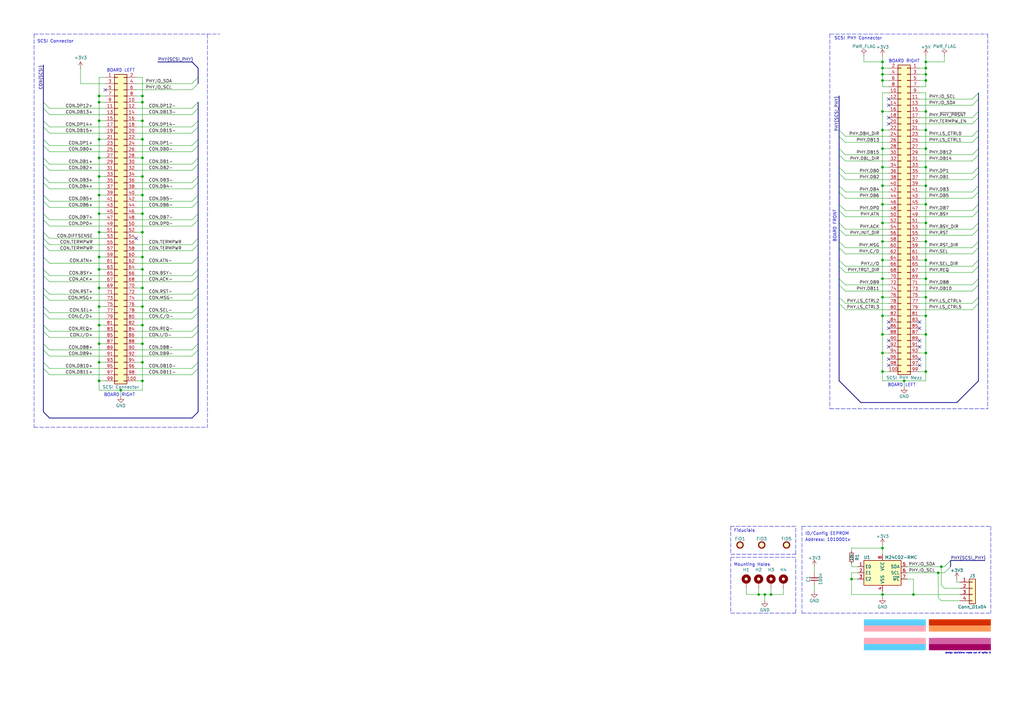
<source format=kicad_sch>
(kicad_sch (version 20250114) (generator "eeschema") (generator_version "9.0")
  (paper "A3")
  (title_block (title "Squishy - HVD PHY - Root") (date "2024-06-14") (rev "1") (company "Shrine Maiden Heavy Industries") (comment 1 "License:  CERN-OHL-S") (comment 2 "© 2024 Aki 'lethalbit' Van Ness, et. al.") (comment 4 "Squishy - SCSI Multitool"))
  (bus_alias "SCSI" (members "DB0+" "DB0-" "DB1+" "DB1-" "DB2+" "DB2-" "DB3+" "DB3-" "DB4+" "DB4-" "DB5+" "DB5-" "DB6+" "DB6-" "DB7+" "DB7-" "DB8+" "DB8-" "DB9+" "DB9-" "DB10+" "DB10-" "DB11+" "DB11-" "DB12+" "DB12-" "DB13+" "DB13-" "DB14+" "DB14-" "DB15+" "DB15-" "DP0+" "DP0-" "DP1+" "DP1-" "ATN+" "ATN-" "BSY+" "BSY-" "ACK+" "ACK-" "RST+" "RST-" "MSG+" "MSG-" "SEL+" "SEL-" "C/D+" "C/D-" "REQ+" "REQ-" "I/O+" "I/O-" "DIFFSENSE" "TERMPWR"))
  (bus_alias "SCSI_PHY" (members "DB[0..15]" "DP[0..1]" "ATN" "BSY" "ACK" "RST" "MSG" "SEL" "C/D" "REQ" "I/O" "ID_SDA" "ID_SCL" "~{PHY_PRSNT}" "TERMPW_EN" "LS_CTRL[0..5]" "DBL_DIR" "DBH_DIR" "INIT_DIR" "TRGT_DIR" "SEL_DIR" "RST_DIR" "BSY_DIR"))
  (text "BOARD FRONT" (at 342.392 92.71 90) (effects (font (size 1.27 1.27))))
  (text "Address: 1010001x" (at 330.2 221.488 0) (effects (font (size 1.27 1.27)) (justify left)))
  (text "Mounting Holes\n" (at 300.99 232.41 0) (effects (font (size 1.27 1.27)) (justify left bottom)))
  (text "BOARD LEFT" (at 369.824 157.988 0) (effects (font (size 1.27 1.27))))
  (text "BOARD RIGHT" (at 49.022 162.052 0) (effects (font (size 1.27 1.27))))
  (text "Fiducials" (at 300.99 218.44 0) (effects (font (size 1.27 1.27)) (justify left bottom)))
  (text "SCSI PHY Connector" (at 342.138 16.51 0) (effects (font (size 1.27 1.27)) (justify left bottom)))
  (text "BOARD LEFT" (at 49.53 28.956 0) (effects (font (size 1.27 1.27))))
  (text "ID/Config EEPROM" (at 330.2 219.71 0) (effects (font (size 1.27 1.27)) (justify left bottom)))
  (text "SCSI Connector" (at 15.24 17.78 0) (effects (font (size 1.27 1.27)) (justify left bottom)))
  (text "design decisions made out of spite: 0" (at 387.604 268.224 0) (effects (font (size 0.635 0.635)) (justify left bottom)))
  (text "BOARD RIGHT" (at 370.84 25.146 0) (effects (font (size 1.27 1.27))))
  (junction (at 379.73 144.78))
  (junction (at 361.95 114.3))
  (junction (at 361.95 99.06))
  (junction (at 40.64 87.63))
  (junction (at 40.64 41.91))
  (junction (at 349.25 237.49))
  (junction (at 379.73 106.68))
  (junction (at 379.73 99.06))
  (junction (at 40.64 133.35))
  (junction (at 361.95 144.78))
  (junction (at 58.42 80.01))
  (junction (at 386.08 232.41))
  (junction (at 361.95 106.68))
  (junction (at 361.95 121.92))
  (junction (at 361.95 152.4))
  (junction (at 361.95 30.48))
  (junction (at 379.73 30.48))
  (junction (at 379.73 45.72))
  (junction (at 379.73 27.94))
  (junction (at 361.95 224.79))
  (junction (at 361.95 68.58))
  (junction (at 361.95 53.34))
  (junction (at 58.42 64.77))
  (junction (at 379.73 33.02))
  (junction (at 58.42 118.11))
  (junction (at 361.95 137.16))
  (junction (at 361.95 27.94))
  (junction (at 40.64 110.49))
  (junction (at 40.64 148.59))
  (junction (at 379.73 152.4))
  (junction (at 361.95 25.4))
  (junction (at 58.42 41.91))
  (junction (at 58.42 133.35))
  (junction (at 40.64 95.25))
  (junction (at 379.73 137.16))
  (junction (at 361.95 76.2))
  (junction (at 379.73 114.3))
  (junction (at 370.84 156.21))
  (junction (at 361.95 83.82))
  (junction (at 379.73 76.2))
  (junction (at 313.69 243.84))
  (junction (at 58.42 125.73))
  (junction (at 40.64 64.77))
  (junction (at 58.42 87.63))
  (junction (at 40.64 39.37))
  (junction (at 384.81 234.95))
  (junction (at 379.73 129.54))
  (junction (at 361.95 33.02))
  (junction (at 311.15 243.84))
  (junction (at 379.73 91.44))
  (junction (at 374.65 243.84))
  (junction (at 361.95 60.96))
  (junction (at 40.64 156.21))
  (junction (at 58.42 140.97))
  (junction (at 58.42 49.53))
  (junction (at 361.95 91.44))
  (junction (at 379.73 83.82))
  (junction (at 379.73 25.4))
  (junction (at 58.42 72.39))
  (junction (at 40.64 140.97))
  (junction (at 40.64 72.39))
  (junction (at 361.95 45.72))
  (junction (at 379.73 53.34))
  (junction (at 58.42 39.37))
  (junction (at 58.42 110.49))
  (junction (at 40.64 118.11))
  (junction (at 316.23 243.84))
  (junction (at 40.64 57.15))
  (junction (at 58.42 105.41))
  (junction (at 361.95 243.84))
  (junction (at 58.42 57.15))
  (junction (at 58.42 148.59))
  (junction (at 49.53 160.02))
  (junction (at 40.64 80.01))
  (junction (at 361.95 129.54))
  (junction (at 40.64 125.73))
  (junction (at 379.73 60.96))
  (junction (at 58.42 156.21))
  (junction (at 379.73 68.58))
  (junction (at 58.42 95.25))
  (junction (at 40.64 49.53))
  (junction (at 40.64 105.41))
  (junction (at 379.73 121.92))
  (no_connect (at 377.19 134.62))
  (no_connect (at 364.49 139.7))
  (no_connect (at 55.88 97.79))
  (no_connect (at 364.49 147.32))
  (no_connect (at 364.49 134.62))
  (no_connect (at 377.19 147.32))
  (no_connect (at 364.49 40.64))
  (no_connect (at 364.49 132.08))
  (no_connect (at 377.19 139.7))
  (no_connect (at 364.49 149.86))
  (no_connect (at 364.49 142.24))
  (no_connect (at 377.19 142.24))
  (no_connect (at 377.19 149.86))
  (no_connect (at 364.49 48.26))
  (no_connect (at 377.19 132.08))
  (no_connect (at 364.49 50.8))
  (no_connect (at 364.49 43.18))
  (no_connect (at 43.18 36.83))
  (bus_entry (at 401.32 76.2) (size -2.54 2.54))
  (bus_entry (at 401.32 45.72) (size -2.54 2.54))
  (bus_entry (at 17.78 44.45) (size 2.54 2.54))
  (bus_entry (at 81.28 82.55) (size -2.54 2.54))
  (bus_entry (at 401.32 53.34) (size -2.54 2.54))
  (bus_entry (at 401.32 60.96) (size -2.54 2.54))
  (bus_entry (at 17.78 135.89) (size 2.54 2.54))
  (bus_entry (at 81.28 80.01) (size -2.54 2.54))
  (bus_entry (at 17.78 74.93) (size 2.54 2.54))
  (bus_entry (at 81.28 100.33) (size -2.54 2.54))
  (bus_entry (at 81.28 64.77) (size -2.54 2.54))
  (bus_entry (at 81.28 135.89) (size -2.54 2.54))
  (bus_entry (at 17.78 95.25) (size 2.54 2.54))
  (bus_entry (at 401.32 116.84) (size -2.54 2.54))
  (bus_entry (at 389.89 232.41) (size -2.54 2.54))
  (bus_entry (at 344.17 71.12) (size 2.54 2.54))
  (bus_entry (at 81.28 97.79) (size -2.54 2.54))
  (bus_entry (at 344.17 86.36) (size 2.54 2.54))
  (bus_entry (at 81.28 128.27) (size -2.54 2.54))
  (bus_entry (at 81.28 118.11) (size -2.54 2.54))
  (bus_entry (at 344.17 93.98) (size 2.54 2.54))
  (bus_entry (at 17.78 125.73) (size 2.54 2.54))
  (bus_entry (at 81.28 110.49) (size -2.54 2.54))
  (bus_entry (at 401.32 40.64) (size -2.54 2.54))
  (bus_entry (at 344.17 101.6) (size 2.54 2.54))
  (bus_entry (at 81.28 143.51) (size -2.54 2.54))
  (bus_entry (at 344.17 124.46) (size 2.54 2.54))
  (bus_entry (at 344.17 63.5) (size 2.54 2.54))
  (bus_entry (at 17.78 140.97) (size 2.54 2.54))
  (bus_entry (at 17.78 49.53) (size 2.54 2.54))
  (bus_entry (at 344.17 109.22) (size 2.54 2.54))
  (bus_entry (at 81.28 125.73) (size -2.54 2.54))
  (bus_entry (at 401.32 91.44) (size -2.54 2.54))
  (bus_entry (at 17.78 118.11) (size 2.54 2.54))
  (bus_entry (at 17.78 64.77) (size 2.54 2.54))
  (bus_entry (at 81.28 52.07) (size -2.54 2.54))
  (bus_entry (at 81.28 74.93) (size -2.54 2.54))
  (bus_entry (at 401.32 106.68) (size -2.54 2.54))
  (bus_entry (at 401.32 99.06) (size -2.54 2.54))
  (bus_entry (at 81.28 90.17) (size -2.54 2.54))
  (bus_entry (at 401.32 124.46) (size -2.54 2.54))
  (bus_entry (at 17.78 87.63) (size 2.54 2.54))
  (bus_entry (at 81.28 87.63) (size -2.54 2.54))
  (bus_entry (at 17.78 82.55) (size 2.54 2.54))
  (bus_entry (at 401.32 78.74) (size -2.54 2.54))
  (bus_entry (at 401.32 38.1) (size -2.54 2.54))
  (bus_entry (at 17.78 148.59) (size 2.54 2.54))
  (bus_entry (at 17.78 57.15) (size 2.54 2.54))
  (bus_entry (at 17.78 59.69) (size 2.54 2.54))
  (bus_entry (at 344.17 55.88) (size 2.54 2.54))
  (bus_entry (at 81.28 44.45) (size -2.54 2.54))
  (bus_entry (at 344.17 116.84) (size 2.54 2.54))
  (bus_entry (at 344.17 91.44) (size 2.54 2.54))
  (bus_entry (at 389.89 229.87) (size -2.54 2.54))
  (bus_entry (at 17.78 90.17) (size 2.54 2.54))
  (bus_entry (at 401.32 83.82) (size -2.54 2.54))
  (bus_entry (at 401.32 109.22) (size -2.54 2.54))
  (bus_entry (at 81.28 59.69) (size -2.54 2.54))
  (bus_entry (at 344.17 78.74) (size 2.54 2.54))
  (bus_entry (at 17.78 113.03) (size 2.54 2.54))
  (bus_entry (at 17.78 105.41) (size 2.54 2.54))
  (bus_entry (at 81.28 113.03) (size -2.54 2.54))
  (bus_entry (at 17.78 52.07) (size 2.54 2.54))
  (bus_entry (at 17.78 110.49) (size 2.54 2.54))
  (bus_entry (at 17.78 72.39) (size 2.54 2.54))
  (bus_entry (at 81.28 120.65) (size -2.54 2.54))
  (bus_entry (at 81.28 34.29) (size -2.54 2.54))
  (bus_entry (at 81.28 57.15) (size -2.54 2.54))
  (bus_entry (at 17.78 80.01) (size 2.54 2.54))
  (bus_entry (at 344.17 121.92) (size 2.54 2.54))
  (bus_entry (at 17.78 41.91) (size 2.54 2.54))
  (bus_entry (at 81.28 41.91) (size -2.54 2.54))
  (bus_entry (at 344.17 114.3) (size 2.54 2.54))
  (bus_entry (at 17.78 151.13) (size 2.54 2.54))
  (bus_entry (at 344.17 60.96) (size 2.54 2.54))
  (bus_entry (at 401.32 63.5) (size -2.54 2.54))
  (bus_entry (at 401.32 86.36) (size -2.54 2.54))
  (bus_entry (at 81.28 31.75) (size -2.54 2.54))
  (bus_entry (at 81.28 151.13) (size -2.54 2.54))
  (bus_entry (at 81.28 72.39) (size -2.54 2.54))
  (bus_entry (at 81.28 148.59) (size -2.54 2.54))
  (bus_entry (at 17.78 97.79) (size 2.54 2.54))
  (bus_entry (at 401.32 101.6) (size -2.54 2.54))
  (bus_entry (at 17.78 100.33) (size 2.54 2.54))
  (bus_entry (at 81.28 49.53) (size -2.54 2.54))
  (bus_entry (at 401.32 93.98) (size -2.54 2.54))
  (bus_entry (at 344.17 76.2) (size 2.54 2.54))
  (bus_entry (at 401.32 121.92) (size -2.54 2.54))
  (bus_entry (at 344.17 99.06) (size 2.54 2.54))
  (bus_entry (at 17.78 120.65) (size 2.54 2.54))
  (bus_entry (at 17.78 67.31) (size 2.54 2.54))
  (bus_entry (at 17.78 128.27) (size 2.54 2.54))
  (bus_entry (at 17.78 133.35) (size 2.54 2.54))
  (bus_entry (at 401.32 114.3) (size -2.54 2.54))
  (bus_entry (at 81.28 105.41) (size -2.54 2.54))
  (bus_entry (at 344.17 106.68) (size 2.54 2.54))
  (bus_entry (at 344.17 83.82) (size 2.54 2.54))
  (bus_entry (at 81.28 67.31) (size -2.54 2.54))
  (bus_entry (at 81.28 140.97) (size -2.54 2.54))
  (bus_entry (at 401.32 48.26) (size -2.54 2.54))
  (bus_entry (at 17.78 143.51) (size 2.54 2.54))
  (bus_entry (at 344.17 68.58) (size 2.54 2.54))
  (bus_entry (at 401.32 68.58) (size -2.54 2.54))
  (bus_entry (at 401.32 71.12) (size -2.54 2.54))
  (bus_entry (at 344.17 53.34) (size 2.54 2.54))
  (bus_entry (at 81.28 133.35) (size -2.54 2.54))
  (bus_entry (at 401.32 55.88) (size -2.54 2.54))
  (wire (pts (xy 377.19 43.18) (xy 398.78 43.18)))
  (wire (pts (xy 361.95 156.21) (xy 370.84 156.21)))
  (wire (pts (xy 20.32 92.71) (xy 43.18 92.71)))
  (wire (pts (xy 20.32 67.31) (xy 43.18 67.31)))
  (wire (pts (xy 346.71 71.12) (xy 364.49 71.12)))
  (wire (pts (xy 361.95 99.06) (xy 364.49 99.06)))
  (wire (pts (xy 20.32 146.05) (xy 43.18 146.05)))
  (wire (pts (xy 55.88 156.21) (xy 58.42 156.21)))
  (bus (pts (xy 401.32 60.96) (xy 401.32 63.5)))
  (wire (pts (xy 20.32 97.79) (xy 43.18 97.79)))
  (wire (pts (xy 377.19 109.22) (xy 398.78 109.22)))
  (wire (pts (xy 55.88 31.75) (xy 58.42 31.75)))
  (wire (pts (xy 379.73 106.68) (xy 379.73 114.3)))
  (wire (pts (xy 78.74 115.57) (xy 55.88 115.57)))
  (wire (pts (xy 377.19 129.54) (xy 379.73 129.54)))
  (bus (pts (xy 344.17 101.6) (xy 344.17 106.68)))
  (wire (pts (xy 346.71 58.42) (xy 364.49 58.42)))
  (wire (pts (xy 78.74 102.87) (xy 55.88 102.87)))
  (wire (pts (xy 377.19 114.3) (xy 379.73 114.3)))
  (wire (pts (xy 55.88 57.15) (xy 58.42 57.15)))
  (bus (pts (xy 81.28 120.65) (xy 81.28 125.73)))
  (wire (pts (xy 377.19 81.28) (xy 398.78 81.28)))
  (wire (pts (xy 379.73 25.4) (xy 387.35 25.4)))
  (wire (pts (xy 386.08 232.41) (xy 387.35 232.41)))
  (wire (pts (xy 20.32 123.19) (xy 43.18 123.19)))
  (wire (pts (xy 58.42 87.63) (xy 58.42 95.25)))
  (bus (pts (xy 81.28 82.55) (xy 81.28 87.63)))
  (wire (pts (xy 78.74 74.93) (xy 55.88 74.93)))
  (polyline (pts (xy 299.72 228.6) (xy 299.72 251.46)) (stroke (width 0) (type dash)))
  (bus (pts (xy 17.78 95.25) (xy 17.78 97.79)))
  (wire (pts (xy 349.25 231.14) (xy 349.25 232.41)))
  (wire (pts (xy 384.81 234.95) (xy 384.81 245.11)))
  (wire (pts (xy 33.02 27.94) (xy 33.02 34.29)))
  (wire (pts (xy 379.73 99.06) (xy 379.73 106.68)))
  (bus (pts (xy 81.28 97.79) (xy 81.28 100.33)))
  (wire (pts (xy 361.95 68.58) (xy 364.49 68.58)))
  (bus (pts (xy 401.32 121.92) (xy 401.32 124.46)))
  (wire (pts (xy 361.95 152.4) (xy 364.49 152.4)))
  (wire (pts (xy 20.32 62.23) (xy 43.18 62.23)))
  (bus (pts (xy 401.32 109.22) (xy 401.32 114.3)))
  (wire (pts (xy 377.19 78.74) (xy 398.78 78.74)))
  (bus (pts (xy 344.17 91.44) (xy 344.17 93.98)))
  (bus (pts (xy 401.32 86.36) (xy 401.32 91.44)))
  (wire (pts (xy 374.65 237.49) (xy 374.65 243.84)))
  (wire (pts (xy 379.73 30.48) (xy 379.73 33.02)))
  (wire (pts (xy 377.19 76.2) (xy 379.73 76.2)))
  (wire (pts (xy 55.88 110.49) (xy 58.42 110.49)))
  (bus (pts (xy 401.32 68.58) (xy 401.32 71.12)))
  (bus (pts (xy 344.17 68.58) (xy 344.17 71.12)))
  (wire (pts (xy 49.53 160.02) (xy 49.53 162.56)))
  (wire (pts (xy 55.88 41.91) (xy 58.42 41.91)))
  (wire (pts (xy 78.74 113.03) (xy 55.88 113.03)))
  (wire (pts (xy 377.19 116.84) (xy 398.78 116.84)))
  (wire (pts (xy 78.74 153.67) (xy 55.88 153.67)))
  (wire (pts (xy 78.74 62.23) (xy 55.88 62.23)))
  (bus (pts (xy 344.17 116.84) (xy 344.17 121.92)))
  (wire (pts (xy 346.71 96.52) (xy 364.49 96.52)))
  (wire (pts (xy 361.95 27.94) (xy 361.95 30.48)))
  (wire (pts (xy 43.18 57.15) (xy 40.64 57.15)))
  (wire (pts (xy 361.95 121.92) (xy 361.95 129.54)))
  (bus (pts (xy 81.28 100.33) (xy 81.28 105.41)))
  (bus (pts (xy 20.32 171.45) (xy 78.74 171.45)))
  (wire (pts (xy 377.19 101.6) (xy 398.78 101.6)))
  (wire (pts (xy 361.95 27.94) (xy 361.95 25.4)))
  (bus (pts (xy 17.78 133.35) (xy 17.78 135.89)))
  (wire (pts (xy 361.95 60.96) (xy 361.95 68.58)))
  (bus (pts (xy 81.28 118.11) (xy 81.28 120.65)))
  (wire (pts (xy 40.64 64.77) (xy 40.64 72.39)))
  (wire (pts (xy 379.73 114.3) (xy 379.73 121.92)))
  (wire (pts (xy 377.19 96.52) (xy 398.78 96.52)))
  (wire (pts (xy 20.32 69.85) (xy 43.18 69.85)))
  (wire (pts (xy 58.42 41.91) (xy 58.42 49.53)))
  (wire (pts (xy 354.33 22.86) (xy 354.33 25.4)))
  (wire (pts (xy 364.49 33.02) (xy 361.95 33.02)))
  (wire (pts (xy 78.74 67.31) (xy 55.88 67.31)))
  (bus (pts (xy 17.78 120.65) (xy 17.78 125.73)))
  (bus (pts (xy 81.28 128.27) (xy 81.28 133.35)))
  (wire (pts (xy 40.64 49.53) (xy 40.64 57.15)))
  (bus (pts (xy 81.28 64.77) (xy 81.28 67.31)))
  (bus (pts (xy 401.32 40.64) (xy 401.32 45.72)))
  (wire (pts (xy 40.64 160.02) (xy 49.53 160.02)))
  (wire (pts (xy 20.32 77.47) (xy 43.18 77.47)))
  (wire (pts (xy 40.64 72.39) (xy 40.64 80.01)))
  (bus (pts (xy 81.28 59.69) (xy 81.28 64.77)))
  (wire (pts (xy 379.73 144.78) (xy 379.73 152.4)))
  (wire (pts (xy 364.49 30.48) (xy 361.95 30.48)))
  (bus (pts (xy 81.28 49.53) (xy 81.28 52.07)))
  (wire (pts (xy 377.19 99.06) (xy 379.73 99.06)))
  (bus (pts (xy 344.17 83.82) (xy 344.17 86.36)))
  (wire (pts (xy 58.42 80.01) (xy 58.42 87.63)))
  (bus (pts (xy 401.32 93.98) (xy 401.32 99.06)))
  (wire (pts (xy 43.18 95.25) (xy 40.64 95.25)))
  (wire (pts (xy 377.19 124.46) (xy 398.78 124.46)))
  (bus (pts (xy 401.32 71.12) (xy 401.32 76.2)))
  (bus (pts (xy 17.78 105.41) (xy 17.78 110.49)))
  (bus (pts (xy 81.28 27.94) (xy 81.28 31.75)))
  (bus (pts (xy 344.17 106.68) (xy 344.17 109.22)))
  (wire (pts (xy 349.25 237.49) (xy 349.25 243.84)))
  (wire (pts (xy 78.74 77.47) (xy 55.88 77.47)))
  (wire (pts (xy 78.74 85.09) (xy 55.88 85.09)))
  (wire (pts (xy 40.64 41.91) (xy 40.64 49.53)))
  (bus (pts (xy 17.78 118.11) (xy 17.78 120.65)))
  (wire (pts (xy 377.19 91.44) (xy 379.73 91.44)))
  (bus (pts (xy 401.32 63.5) (xy 401.32 68.58)))
  (wire (pts (xy 377.19 53.34) (xy 379.73 53.34)))
  (wire (pts (xy 78.74 90.17) (xy 55.88 90.17)))
  (bus (pts (xy 17.78 110.49) (xy 17.78 113.03)))
  (wire (pts (xy 313.69 243.84) (xy 316.23 243.84)))
  (wire (pts (xy 55.88 87.63) (xy 58.42 87.63)))
  (wire (pts (xy 55.88 125.73) (xy 58.42 125.73)))
  (polyline (pts (xy 340.36 13.97) (xy 340.36 167.64)) (stroke (width 0) (type dash)))
  (wire (pts (xy 361.95 38.1) (xy 361.95 45.72)))
  (wire (pts (xy 346.71 55.88) (xy 364.49 55.88)))
  (bus (pts (xy 81.28 31.75) (xy 81.28 34.29)))
  (wire (pts (xy 377.19 38.1) (xy 379.73 38.1)))
  (wire (pts (xy 316.23 241.3) (xy 316.23 243.84)))
  (wire (pts (xy 377.19 35.56) (xy 379.73 35.56)))
  (wire (pts (xy 349.25 232.41) (xy 351.79 232.41)))
  (bus (pts (xy 344.17 55.88) (xy 344.17 60.96)))
  (wire (pts (xy 55.88 72.39) (xy 58.42 72.39)))
  (wire (pts (xy 377.19 45.72) (xy 379.73 45.72)))
  (bus (pts (xy 389.89 229.87) (xy 403.86 229.87)))
  (wire (pts (xy 393.7 241.3) (xy 387.35 241.3)))
  (wire (pts (xy 58.42 49.53) (xy 58.42 57.15)))
  (wire (pts (xy 364.49 27.94) (xy 361.95 27.94)))
  (wire (pts (xy 43.18 64.77) (xy 40.64 64.77)))
  (bus (pts (xy 17.78 135.89) (xy 17.78 140.97)))
  (bus (pts (xy 344.17 78.74) (xy 344.17 83.82)))
  (wire (pts (xy 78.74 120.65) (xy 55.88 120.65)))
  (wire (pts (xy 58.42 95.25) (xy 58.42 105.41)))
  (polyline (pts (xy 13.97 13.97) (xy 13.97 175.26)) (stroke (width 0) (type dash)))
  (wire (pts (xy 43.18 110.49) (xy 40.64 110.49)))
  (wire (pts (xy 78.74 128.27) (xy 55.88 128.27)))
  (bus (pts (xy 401.32 48.26) (xy 401.32 53.34)))
  (bus (pts (xy 81.28 80.01) (xy 81.28 82.55)))
  (wire (pts (xy 58.42 156.21) (xy 58.42 160.02)))
  (wire (pts (xy 354.33 25.4) (xy 361.95 25.4)))
  (polyline (pts (xy 85.09 13.97) (xy 85.09 175.26)) (stroke (width 0) (type dash)))
  (wire (pts (xy 361.95 25.4) (xy 361.95 22.86)))
  (bus (pts (xy 344.17 99.06) (xy 344.17 101.6)))
  (bus (pts (xy 17.78 49.53) (xy 17.78 52.07)))
  (wire (pts (xy 55.88 118.11) (xy 58.42 118.11)))
  (wire (pts (xy 78.74 46.99) (xy 55.88 46.99)))
  (wire (pts (xy 377.19 88.9) (xy 398.78 88.9)))
  (wire (pts (xy 40.64 110.49) (xy 40.64 118.11)))
  (wire (pts (xy 361.95 83.82) (xy 361.95 91.44)))
  (wire (pts (xy 20.32 128.27) (xy 43.18 128.27)))
  (wire (pts (xy 55.88 36.83) (xy 78.74 36.83)))
  (wire (pts (xy 20.32 113.03) (xy 43.18 113.03)))
  (wire (pts (xy 55.88 105.41) (xy 58.42 105.41)))
  (wire (pts (xy 55.88 39.37) (xy 58.42 39.37)))
  (bus (pts (xy 344.17 114.3) (xy 344.17 116.84)))
  (wire (pts (xy 384.81 234.95) (xy 387.35 234.95)))
  (bus (pts (xy 401.32 116.84) (xy 401.32 121.92)))
  (wire (pts (xy 398.78 50.8) (xy 377.19 50.8)))
  (wire (pts (xy 40.64 133.35) (xy 40.64 140.97)))
  (wire (pts (xy 55.88 80.01) (xy 58.42 80.01)))
  (wire (pts (xy 20.32 85.09) (xy 43.18 85.09)))
  (wire (pts (xy 58.42 140.97) (xy 58.42 148.59)))
  (wire (pts (xy 43.18 72.39) (xy 40.64 72.39)))
  (wire (pts (xy 377.19 48.26) (xy 398.78 48.26)))
  (wire (pts (xy 40.64 31.75) (xy 40.64 39.37)))
  (wire (pts (xy 346.71 104.14) (xy 364.49 104.14)))
  (bus (pts (xy 81.28 67.31) (xy 81.28 72.39)))
  (wire (pts (xy 392.43 238.76) (xy 393.7 238.76)))
  (bus (pts (xy 401.32 55.88) (xy 401.32 60.96)))
  (polyline (pts (xy 326.39 251.46) (xy 326.39 228.6)) (stroke (width 0) (type dash)))
  (wire (pts (xy 361.95 33.02) (xy 361.95 35.56)))
  (bus (pts (xy 401.32 99.06) (xy 401.32 101.6)))
  (wire (pts (xy 379.73 27.94) (xy 379.73 30.48)))
  (wire (pts (xy 361.95 114.3) (xy 361.95 121.92)))
  (wire (pts (xy 393.7 246.38) (xy 386.08 246.38)))
  (wire (pts (xy 361.95 91.44) (xy 361.95 99.06)))
  (wire (pts (xy 43.18 125.73) (xy 40.64 125.73)))
  (polyline (pts (xy 326.39 227.33) (xy 326.39 215.9)) (stroke (width 0) (type dash)))
  (bus (pts (xy 344.17 121.92) (xy 344.17 124.46)))
  (wire (pts (xy 387.35 241.3) (xy 386.08 240.03)))
  (wire (pts (xy 364.49 38.1) (xy 361.95 38.1)))
  (wire (pts (xy 346.71 81.28) (xy 364.49 81.28)))
  (wire (pts (xy 361.95 91.44) (xy 364.49 91.44)))
  (bus (pts (xy 401.32 156.21) (xy 392.43 165.1)))
  (wire (pts (xy 361.95 106.68) (xy 364.49 106.68)))
  (wire (pts (xy 55.88 133.35) (xy 58.42 133.35)))
  (bus (pts (xy 17.78 140.97) (xy 17.78 143.51)))
  (bus (pts (xy 17.78 148.59) (xy 17.78 151.13)))
  (bus (pts (xy 81.28 135.89) (xy 81.28 140.97)))
  (wire (pts (xy 20.32 120.65) (xy 43.18 120.65)))
  (wire (pts (xy 361.95 68.58) (xy 361.95 76.2)))
  (bus (pts (xy 401.32 114.3) (xy 401.32 116.84)))
  (wire (pts (xy 346.71 93.98) (xy 364.49 93.98)))
  (wire (pts (xy 55.88 148.59) (xy 58.42 148.59)))
  (wire (pts (xy 334.01 240.03) (xy 334.01 242.57)))
  (polyline (pts (xy 328.93 251.46) (xy 406.4 251.46)) (stroke (width 0) (type dash)))
  (polyline (pts (xy 13.97 175.26) (xy 85.09 175.26)) (stroke (width 0) (type dash)))
  (wire (pts (xy 346.71 101.6) (xy 364.49 101.6)))
  (bus (pts (xy 17.78 168.91) (xy 20.32 171.45)))
  (wire (pts (xy 377.19 55.88) (xy 398.78 55.88)))
  (polyline (pts (xy 299.72 251.46) (xy 326.39 251.46)) (stroke (width 0) (type dash)))
  (wire (pts (xy 346.71 119.38) (xy 364.49 119.38)))
  (wire (pts (xy 377.19 137.16) (xy 379.73 137.16)))
  (wire (pts (xy 379.73 25.4) (xy 379.73 22.86)))
  (polyline (pts (xy 13.97 13.97) (xy 90.17 13.97)) (stroke (width 0) (type dash)))
  (wire (pts (xy 20.32 153.67) (xy 43.18 153.67)))
  (wire (pts (xy 361.95 53.34) (xy 361.95 60.96)))
  (wire (pts (xy 346.71 63.5) (xy 364.49 63.5)))
  (wire (pts (xy 361.95 76.2) (xy 364.49 76.2)))
  (bus (pts (xy 17.78 64.77) (xy 17.78 67.31)))
  (wire (pts (xy 364.49 124.46) (xy 346.71 124.46)))
  (polyline (pts (xy 328.93 215.9) (xy 406.4 215.9)) (stroke (width 0) (type dash)))
  (wire (pts (xy 43.18 80.01) (xy 40.64 80.01)))
  (wire (pts (xy 20.32 135.89) (xy 43.18 135.89)))
  (wire (pts (xy 349.25 243.84) (xy 361.95 243.84)))
  (wire (pts (xy 78.74 138.43) (xy 55.88 138.43)))
  (bus (pts (xy 17.78 100.33) (xy 17.78 105.41)))
  (bus (pts (xy 17.78 72.39) (xy 17.78 74.93)))
  (wire (pts (xy 370.84 156.21) (xy 379.73 156.21)))
  (wire (pts (xy 20.32 100.33) (xy 43.18 100.33)))
  (polyline (pts (xy 326.39 215.9) (xy 299.72 215.9)) (stroke (width 0) (type dash)))
  (bus (pts (xy 81.28 72.39) (xy 81.28 74.93)))
  (bus (pts (xy 17.78 82.55) (xy 17.78 87.63)))
  (wire (pts (xy 364.49 127) (xy 346.71 127)))
  (bus (pts (xy 17.78 44.45) (xy 17.78 49.53)))
  (bus (pts (xy 17.78 90.17) (xy 17.78 95.25)))
  (wire (pts (xy 377.19 73.66) (xy 398.78 73.66)))
  (bus (pts (xy 17.78 52.07) (xy 17.78 57.15)))
  (bus (pts (xy 389.89 232.41) (xy 389.89 229.87)))
  (wire (pts (xy 364.49 137.16) (xy 361.95 137.16)))
  (bus (pts (xy 81.28 87.63) (xy 81.28 90.17)))
  (wire (pts (xy 55.88 34.29) (xy 78.74 34.29)))
  (wire (pts (xy 374.65 243.84) (xy 393.7 243.84)))
  (bus (pts (xy 17.78 97.79) (xy 17.78 100.33)))
  (wire (pts (xy 40.64 80.01) (xy 40.64 87.63)))
  (bus (pts (xy 81.28 41.91) (xy 81.28 44.45)))
  (bus (pts (xy 17.78 87.63) (xy 17.78 90.17)))
  (bus (pts (xy 78.74 171.45) (xy 81.28 168.91)))
  (bus (pts (xy 81.28 57.15) (xy 81.28 59.69)))
  (bus (pts (xy 344.17 109.22) (xy 344.17 114.3)))
  (wire (pts (xy 377.19 104.14) (xy 398.78 104.14)))
  (bus (pts (xy 17.78 113.03) (xy 17.78 118.11)))
  (wire (pts (xy 78.74 92.71) (xy 55.88 92.71)))
  (wire (pts (xy 377.19 30.48) (xy 379.73 30.48)))
  (wire (pts (xy 58.42 57.15) (xy 58.42 64.77)))
  (bus (pts (xy 344.17 86.36) (xy 344.17 91.44)))
  (wire (pts (xy 346.71 116.84) (xy 364.49 116.84)))
  (wire (pts (xy 55.88 140.97) (xy 58.42 140.97)))
  (bus (pts (xy 401.32 53.34) (xy 401.32 55.88)))
  (bus (pts (xy 78.74 25.4) (xy 81.28 27.94)))
  (wire (pts (xy 58.42 31.75) (xy 58.42 39.37)))
  (bus (pts (xy 81.28 90.17) (xy 81.28 97.79)))
  (bus (pts (xy 344.17 60.96) (xy 344.17 63.5)))
  (bus (pts (xy 353.06 165.1) (xy 392.43 165.1)))
  (wire (pts (xy 20.32 138.43) (xy 43.18 138.43)))
  (wire (pts (xy 377.19 68.58) (xy 379.73 68.58)))
  (wire (pts (xy 20.32 82.55) (xy 43.18 82.55)))
  (wire (pts (xy 58.42 118.11) (xy 58.42 125.73)))
  (wire (pts (xy 40.64 118.11) (xy 40.64 125.73)))
  (wire (pts (xy 377.19 121.92) (xy 379.73 121.92)))
  (wire (pts (xy 40.64 156.21) (xy 40.64 160.02)))
  (wire (pts (xy 361.95 242.57) (xy 361.95 243.84)))
  (wire (pts (xy 20.32 115.57) (xy 43.18 115.57)))
  (wire (pts (xy 55.88 95.25) (xy 58.42 95.25)))
  (polyline (pts (xy 299.72 227.33) (xy 326.39 227.33)) (stroke (width 0) (type dash)))
  (bus (pts (xy 17.78 41.91) (xy 17.78 44.45)))
  (wire (pts (xy 361.95 76.2) (xy 361.95 83.82)))
  (wire (pts (xy 364.49 144.78) (xy 361.95 144.78)))
  (wire (pts (xy 311.15 241.3) (xy 311.15 243.84)))
  (wire (pts (xy 78.74 59.69) (xy 55.88 59.69)))
  (wire (pts (xy 78.74 146.05) (xy 55.88 146.05)))
  (wire (pts (xy 306.07 241.3) (xy 306.07 243.84)))
  (wire (pts (xy 78.74 130.81) (xy 55.88 130.81)))
  (wire (pts (xy 78.74 151.13) (xy 55.88 151.13)))
  (bus (pts (xy 81.28 125.73) (xy 81.28 128.27)))
  (wire (pts (xy 311.15 243.84) (xy 313.69 243.84)))
  (wire (pts (xy 40.64 148.59) (xy 40.64 156.21)))
  (wire (pts (xy 321.31 241.3) (xy 321.31 243.84)))
  (wire (pts (xy 361.95 137.16) (xy 361.95 144.78)))
  (wire (pts (xy 346.71 66.04) (xy 364.49 66.04)))
  (wire (pts (xy 58.42 148.59) (xy 58.42 156.21)))
  (wire (pts (xy 361.95 83.82) (xy 364.49 83.82)))
  (bus (pts (xy 344.17 63.5) (xy 344.17 68.58)))
  (wire (pts (xy 379.73 129.54) (xy 379.73 137.16)))
  (wire (pts (xy 349.25 224.79) (xy 349.25 226.06)))
  (wire (pts (xy 43.18 87.63) (xy 40.64 87.63)))
  (wire (pts (xy 379.73 137.16) (xy 379.73 144.78)))
  (wire (pts (xy 377.19 40.64) (xy 398.78 40.64)))
  (wire (pts (xy 361.95 223.52) (xy 361.95 224.79)))
  (wire (pts (xy 40.64 140.97) (xy 40.64 148.59)))
  (wire (pts (xy 361.95 60.96) (xy 364.49 60.96)))
  (wire (pts (xy 78.74 69.85) (xy 55.88 69.85)))
  (wire (pts (xy 377.19 111.76) (xy 398.78 111.76)))
  (wire (pts (xy 20.32 54.61) (xy 43.18 54.61)))
  (wire (pts (xy 364.49 129.54) (xy 361.95 129.54)))
  (wire (pts (xy 346.71 73.66) (xy 364.49 73.66)))
  (bus (pts (xy 81.28 110.49) (xy 81.28 113.03)))
  (bus (pts (xy 344.17 71.12) (xy 344.17 76.2)))
  (bus (pts (xy 344.17 156.21) (xy 353.06 165.1)))
  (wire (pts (xy 377.19 63.5) (xy 398.78 63.5)))
  (wire (pts (xy 58.42 39.37) (xy 58.42 41.91)))
  (wire (pts (xy 372.11 234.95) (xy 384.81 234.95)))
  (wire (pts (xy 78.74 123.19) (xy 55.88 123.19)))
  (bus (pts (xy 401.32 45.72) (xy 401.32 48.26)))
  (wire (pts (xy 349.25 234.95) (xy 349.25 237.49)))
  (bus (pts (xy 81.28 151.13) (xy 81.28 168.91)))
  (wire (pts (xy 370.84 156.21) (xy 370.84 158.75)))
  (wire (pts (xy 346.71 78.74) (xy 364.49 78.74)))
  (wire (pts (xy 20.32 90.17) (xy 43.18 90.17)))
  (wire (pts (xy 20.32 74.93) (xy 43.18 74.93)))
  (bus (pts (xy 344.17 39.37) (xy 344.17 53.34)))
  (wire (pts (xy 386.08 246.38) (xy 384.81 245.11)))
  (wire (pts (xy 379.73 121.92) (xy 379.73 129.54)))
  (wire (pts (xy 43.18 31.75) (xy 40.64 31.75)))
  (wire (pts (xy 379.73 53.34) (xy 379.73 60.96)))
  (wire (pts (xy 377.19 106.68) (xy 379.73 106.68)))
  (wire (pts (xy 377.19 33.02) (xy 379.73 33.02)))
  (wire (pts (xy 58.42 72.39) (xy 58.42 80.01)))
  (wire (pts (xy 40.64 105.41) (xy 43.18 105.41)))
  (wire (pts (xy 78.74 143.51) (xy 55.88 143.51)))
  (wire (pts (xy 313.69 243.84) (xy 313.69 246.38)))
  (wire (pts (xy 40.64 125.73) (xy 40.64 133.35)))
  (wire (pts (xy 40.64 156.21) (xy 43.18 156.21)))
  (bus (pts (xy 17.78 125.73) (xy 17.78 128.27)))
  (wire (pts (xy 306.07 243.84) (xy 311.15 243.84)))
  (bus (pts (xy 81.28 44.45) (xy 81.28 49.53)))
  (wire (pts (xy 349.25 234.95) (xy 351.79 234.95)))
  (wire (pts (xy 346.71 88.9) (xy 364.49 88.9)))
  (bus (pts (xy 17.78 57.15) (xy 17.78 59.69)))
  (bus (pts (xy 344.17 53.34) (xy 344.17 55.88)))
  (polyline (pts (xy 340.36 13.97) (xy 405.13 13.97)) (stroke (width 0) (type dash)))
  (wire (pts (xy 346.71 109.22) (xy 364.49 109.22)))
  (wire (pts (xy 43.18 118.11) (xy 40.64 118.11)))
  (bus (pts (xy 344.17 76.2) (xy 344.17 78.74)))
  (wire (pts (xy 346.71 86.36) (xy 364.49 86.36)))
  (wire (pts (xy 379.73 27.94) (xy 379.73 25.4)))
  (bus (pts (xy 81.28 133.35) (xy 81.28 135.89)))
  (wire (pts (xy 78.74 44.45) (xy 55.88 44.45)))
  (wire (pts (xy 20.32 102.87) (xy 43.18 102.87)))
  (wire (pts (xy 377.19 93.98) (xy 398.78 93.98)))
  (wire (pts (xy 349.25 237.49) (xy 351.79 237.49)))
  (wire (pts (xy 392.43 237.49) (xy 392.43 238.76)))
  (wire (pts (xy 78.74 100.33) (xy 55.88 100.33)))
  (wire (pts (xy 364.49 45.72) (xy 361.95 45.72)))
  (bus (pts (xy 17.78 26.67) (xy 17.78 41.91)))
  (wire (pts (xy 377.19 66.04) (xy 398.78 66.04)))
  (wire (pts (xy 379.73 68.58) (xy 379.73 76.2)))
  (bus (pts (xy 344.17 124.46) (xy 344.17 156.21)))
  (bus (pts (xy 401.32 91.44) (xy 401.32 93.98)))
  (wire (pts (xy 364.49 53.34) (xy 361.95 53.34)))
  (wire (pts (xy 379.73 60.96) (xy 379.73 68.58)))
  (wire (pts (xy 20.32 46.99) (xy 43.18 46.99)))
  (wire (pts (xy 43.18 41.91) (xy 40.64 41.91)))
  (bus (pts (xy 401.32 106.68) (xy 401.32 109.22)))
  (wire (pts (xy 379.73 83.82) (xy 379.73 91.44)))
  (bus (pts (xy 17.78 67.31) (xy 17.78 72.39)))
  (wire (pts (xy 377.19 27.94) (xy 379.73 27.94)))
  (wire (pts (xy 20.32 143.51) (xy 43.18 143.51)))
  (wire (pts (xy 361.95 243.84) (xy 374.65 243.84)))
  (wire (pts (xy 58.42 133.35) (xy 58.42 140.97)))
  (wire (pts (xy 361.95 243.84) (xy 361.95 245.11)))
  (wire (pts (xy 40.64 148.59) (xy 43.18 148.59)))
  (wire (pts (xy 386.08 232.41) (xy 386.08 240.03)))
  (wire (pts (xy 377.19 86.36) (xy 398.78 86.36)))
  (bus (pts (xy 17.78 74.93) (xy 17.78 80.01)))
  (wire (pts (xy 379.73 76.2) (xy 379.73 83.82)))
  (bus (pts (xy 81.28 148.59) (xy 81.28 151.13)))
  (wire (pts (xy 377.19 60.96) (xy 379.73 60.96)))
  (bus (pts (xy 17.78 151.13) (xy 17.78 168.91)))
  (wire (pts (xy 349.25 224.79) (xy 361.95 224.79)))
  (bus (pts (xy 81.28 52.07) (xy 81.28 57.15)))
  (wire (pts (xy 40.64 105.41) (xy 40.64 110.49)))
  (polyline (pts (xy 328.93 215.9) (xy 328.93 251.46)) (stroke (width 0) (type dash)))
  (bus (pts (xy 401.32 124.46) (xy 401.32 156.21)))
  (wire (pts (xy 377.19 127) (xy 398.78 127)))
  (wire (pts (xy 377.19 71.12) (xy 398.78 71.12)))
  (wire (pts (xy 20.32 44.45) (xy 43.18 44.45)))
  (wire (pts (xy 40.64 39.37) (xy 40.64 41.91)))
  (wire (pts (xy 58.42 110.49) (xy 58.42 118.11)))
  (wire (pts (xy 377.19 58.42) (xy 398.78 58.42)))
  (wire (pts (xy 346.71 111.76) (xy 364.49 111.76)))
  (bus (pts (xy 17.78 80.01) (xy 17.78 82.55)))
  (wire (pts (xy 361.95 45.72) (xy 361.95 53.34)))
  (wire (pts (xy 361.95 152.4) (xy 361.95 156.21)))
  (wire (pts (xy 387.35 22.86) (xy 387.35 25.4)))
  (polyline (pts (xy 406.4 215.9) (xy 406.4 251.46)) (stroke (width 0) (type dash)))
  (wire (pts (xy 364.49 121.92) (xy 361.95 121.92)))
  (wire (pts (xy 58.42 64.77) (xy 58.42 72.39)))
  (bus (pts (xy 401.32 76.2) (xy 401.32 78.74)))
  (wire (pts (xy 55.88 49.53) (xy 58.42 49.53)))
  (wire (pts (xy 40.64 95.25) (xy 40.64 105.41)))
  (wire (pts (xy 372.11 232.41) (xy 386.08 232.41)))
  (wire (pts (xy 43.18 49.53) (xy 40.64 49.53)))
  (wire (pts (xy 361.95 144.78) (xy 361.95 152.4)))
  (wire (pts (xy 40.64 39.37) (xy 43.18 39.37)))
  (bus (pts (xy 401.32 101.6) (xy 401.32 106.68)))
  (wire (pts (xy 78.74 107.95) (xy 55.88 107.95)))
  (wire (pts (xy 316.23 243.84) (xy 321.31 243.84)))
  (polyline (pts (xy 405.13 13.97) (xy 405.13 167.64)) (stroke (width 0) (type dash)))
  (wire (pts (xy 78.74 54.61) (xy 55.88 54.61)))
  (wire (pts (xy 379.73 152.4) (xy 379.73 156.21)))
  (wire (pts (xy 361.95 99.06) (xy 361.95 106.68)))
  (bus (pts (xy 344.17 93.98) (xy 344.17 99.06)))
  (wire (pts (xy 361.95 114.3) (xy 364.49 114.3)))
  (bus (pts (xy 81.28 74.93) (xy 81.28 80.01)))
  (wire (pts (xy 20.32 59.69) (xy 43.18 59.69)))
  (bus (pts (xy 81.28 140.97) (xy 81.28 143.51)))
  (bus (pts (xy 81.28 143.51) (xy 81.28 148.59)))
  (wire (pts (xy 43.18 133.35) (xy 40.64 133.35)))
  (wire (pts (xy 20.32 107.95) (xy 43.18 107.95)))
  (wire (pts (xy 20.32 52.07) (xy 43.18 52.07)))
  (wire (pts (xy 379.73 33.02) (xy 379.73 35.56)))
  (wire (pts (xy 20.32 151.13) (xy 43.18 151.13)))
  (bus (pts (xy 401.32 83.82) (xy 401.32 86.36)))
  (bus (pts (xy 64.77 25.4) (xy 78.74 25.4)))
  (wire (pts (xy 33.02 34.29) (xy 43.18 34.29)))
  (wire (pts (xy 40.64 87.63) (xy 40.64 95.25)))
  (wire (pts (xy 379.73 38.1) (xy 379.73 45.72)))
  (wire (pts (xy 372.11 237.49) (xy 374.65 237.49)))
  (wire (pts (xy 78.74 82.55) (xy 55.88 82.55)))
  (wire (pts (xy 361.95 106.68) (xy 361.95 114.3)))
  (wire (pts (xy 20.32 130.81) (xy 43.18 130.81)))
  (wire (pts (xy 43.18 140.97) (xy 40.64 140.97)))
  (polyline (pts (xy 299.72 215.9) (xy 299.72 227.33)) (stroke (width 0) (type dash)))
  (wire (pts (xy 364.49 35.56) (xy 361.95 35.56)))
  (polyline (pts (xy 340.36 167.64) (xy 405.13 167.64)) (stroke (width 0) (type dash)))
  (wire (pts (xy 379.73 91.44) (xy 379.73 99.06)))
  (bus (pts (xy 17.78 143.51) (xy 17.78 148.59)))
  (wire (pts (xy 377.19 144.78) (xy 379.73 144.78)))
  (wire (pts (xy 40.64 57.15) (xy 40.64 64.77)))
  (wire (pts (xy 334.01 234.95) (xy 334.01 232.41)))
  (wire (pts (xy 78.74 135.89) (xy 55.88 135.89)))
  (wire (pts (xy 361.95 129.54) (xy 361.95 137.16)))
  (wire (pts (xy 377.19 119.38) (xy 398.78 119.38)))
  (bus (pts (xy 401.32 38.1) (xy 401.32 40.64)))
  (bus (pts (xy 81.28 113.03) (xy 81.28 118.11)))
  (wire (pts (xy 361.95 30.48) (xy 361.95 33.02)))
  (wire (pts (xy 58.42 125.73) (xy 58.42 133.35)))
  (wire (pts (xy 49.53 160.02) (xy 58.42 160.02)))
  (bus (pts (xy 17.78 128.27) (xy 17.78 133.35)))
  (wire (pts (xy 377.19 83.82) (xy 379.73 83.82)))
  (wire (pts (xy 379.73 45.72) (xy 379.73 53.34)))
  (wire (pts (xy 377.19 152.4) (xy 379.73 152.4)))
  (wire (pts (xy 55.88 64.77) (xy 58.42 64.77)))
  (wire (pts (xy 361.95 224.79) (xy 361.95 227.33)))
  (wire (pts (xy 78.74 52.07) (xy 55.88 52.07)))
  (polyline (pts (xy 326.39 228.6) (xy 299.72 228.6)) (stroke (width 0) (type dash)))
  (bus (pts (xy 401.32 78.74) (xy 401.32 83.82)))
  (bus (pts (xy 81.28 105.41) (xy 81.28 110.49)))
  (wire (pts (xy 58.42 105.41) (xy 58.42 110.49)))
  (bus (pts (xy 17.78 59.69) (xy 17.78 64.77)))
  (label "CON.DP1-" (at 60.96 59.69 0))
  (label "CON.DB9-" (at 60.96 146.05 0))
  (label "CON.DB13-" (at 60.96 46.99 0))
  (label "CON.DB0+" (at 38.1 62.23 180))
  (label "PHY.MSG" (at 360.68 101.6 180))
  (label "CON.DB11-" (at 60.96 153.67 0))
  (label "PHY.BSY_DIR" (at 381 93.98 0))
  (label "CON.DIFFSENSE" (at 38.1 97.79 180))
  (label "CON.DB15+" (at 38.1 54.61 180))
  (label "CON.DB11+" (at 38.1 153.67 180))
  (label "CON.SEL-" (at 60.96 128.27 0))
  (label "PHY.INIT_DIR" (at 360.68 96.52 180))
  (label "PHY.DB4" (at 360.68 78.74 180))
  (label "CON.DB10-" (at 60.96 151.13 0))
  (label "CON.I{slash}O-" (at 60.96 138.43 0))
  (label "CON.DB3-" (at 60.96 74.93 0))
  (label "CON.REQ+" (at 38.1 135.89 180))
  (label "CON.ATN+" (at 38.1 107.95 180))
  (label "PHY{SCSI_PHY}" (at 64.77 25.4 0))
  (label "CON.BSY-" (at 60.96 113.03 0))
  (label "PHY.I{slash}O" (at 360.68 109.22 180))
  (label "CON.BSY+" (at 38.1 113.03 180))
  (label "PHY.RST_DIR" (at 381 101.6 0))
  (label "CON.ACK-" (at 60.96 115.57 0))
  (label "PHY.DB11" (at 360.68 119.38 180))
  (label "PHY.DP0" (at 360.68 86.36 180))
  (label "CON.DP14-" (at 60.96 52.07 0))
  (label "CON.DB4-" (at 60.96 77.47 0))
  (label "CON.REQ-" (at 60.96 135.89 0))
  (label "CON.DB10+" (at 38.1 151.13 180))
  (label "CON.ATN-" (at 60.96 107.95 0))
  (label "PHY{SCSI_PHY}" (at 389.89 229.87 0))
  (label "CON.DB2-" (at 60.96 69.85 0))
  (label "CON.DP0-" (at 60.96 92.71 0))
  (label "CON.MSG-" (at 60.96 123.19 0))
  (label "CON.DP12+" (at 38.1 44.45 180))
  (label "PHY.DB8" (at 381 116.84 0))
  (label "CON.DB5+" (at 38.1 82.55 180))
  (label "PHY.DB1" (at 381 73.66 0))
  (label "CON.DB15-" (at 60.96 54.61 0))
  (label "CON.DB8-" (at 60.96 143.51 0))
  (label "PHY.ID_SDA" (at 59.69 34.29 0))
  (label "CON.DB13+" (at 38.1 46.99 180))
  (label "CON.RST-" (at 60.96 120.65 0))
  (label "PHY.DBH_DIR" (at 360.68 55.88 180))
  (label "PHY.LS_CTRL2" (at 360.68 124.46 180))
  (label "PHY{SCSI_PHY}" (at 344.17 39.37 270))
  (label "PHY.SEL_DIR" (at 381 109.22 0))
  (label "CON.DB3+" (at 38.1 74.93 180))
  (label "PHY.DB7" (at 381 86.36 0))
  (label "CON.DB4+" (at 38.1 77.47 180))
  (label "CON.MSG+" (at 38.1 123.19 180))
  (label "CON.DP12-" (at 60.96 44.45 0))
  (label "CON.DP1+" (at 38.1 59.69 180))
  (label "PHY.DB15" (at 360.68 63.5 180))
  (label "CON.ACK+" (at 38.1 115.57 180))
  (label "CON.DB8+" (at 38.1 143.51 180))
  (label "PHY.BSY" (at 381 88.9 0))
  (label "PHY.DP1" (at 381 71.12 0))
  (label "PHY.C{slash}D" (at 360.68 104.14 180))
  (label "PHY.LS_CTRL5" (at 381 127 0))
  (label "PHY.DB14" (at 381 66.04 0))
  (label "CON.C{slash}D+" (at 38.1 130.81 180))
  (label "PHY.DB13" (at 360.68 58.42 180))
  (label "PHY.LS_CTRL0" (at 381 55.88 0))
  (label "PHY.TRGT_DIR" (at 360.68 111.76 180))
  (label "PHY.RST" (at 381 96.52 0))
  (label "CON.TERMPWR" (at 38.1 100.33 180))
  (label "CON.C{slash}D-" (at 60.96 130.81 0))
  (label "CON.DB6-" (at 60.96 85.09 0))
  (label "PHY.DB2" (at 360.68 73.66 180))
  (label "PHY.ID_SCL" (at 59.69 36.83 0))
  (label "PHY.~{PHY_PRSNT}" (at 381 48.26 0))
  (label "CON.DB5-" (at 60.96 82.55 0))
  (label "CON.DP0+" (at 38.1 92.71 180))
  (label "CON{SCSI}" (at 17.78 26.67 270))
  (label "CON.DB0-" (at 60.96 62.23 0))
  (label "CON.TERMPWR" (at 60.96 102.87 0))
  (label "PHY.REQ" (at 381 111.76 0))
  (label "CON.DP14+" (at 38.1 52.07 180))
  (label "CON.I{slash}O+" (at 38.1 138.43 180))
  (label "CON.DB7+" (at 38.1 90.17 180))
  (label "PHY.DB12" (at 381 63.5 0))
  (label "CON.DB2+" (at 38.1 69.85 180))
  (label "PHY.DB9" (at 360.68 116.84 180))
  (label "PHY.ID_SCL" (at 381 40.64 0))
  (label "PHY.LS_CTRL1" (at 381 58.42 0))
  (label "PHY.ATN" (at 360.68 88.9 180))
  (label "PHY.DBL_DIR" (at 360.68 66.04 180))
  (label "CON.DB1-" (at 60.96 67.31 0))
  (label "PHY.TERMPW_EN" (at 381 50.8 0))
  (label "CON.TERMPWR" (at 38.1 102.87 180))
  (label "PHY.DB6" (at 360.68 81.28 180))
  (label "CON.RST+" (at 38.1 120.65 180))
  (label "PHY.SEL" (at 381 104.14 0))
  (label "CON.DB1+" (at 38.1 67.31 180))
  (label "PHY.ACK" (at 360.68 93.98 180))
  (label "PHY.LS_CTRL4" (at 381 124.46 0))
  (label "PHY.DB10" (at 381 119.38 0))
  (label "CON.DB7-" (at 60.96 90.17 0))
  (label "PHY.DB3" (at 381 78.74 0))
  (label "PHY.ID_SCL" (at 383.54 234.95 180))
  (label "CON.DB9+" (at 38.1 146.05 180))
  (label "PHY.ID_SDA" (at 381 43.18 0))
  (label "PHY.DB0" (at 360.68 71.12 180))
  (label "PHY.LS_CTRL3" (at 360.68 127 180))
  (label "CON.DB6+" (at 38.1 85.09 180))
  (label "PHY.ID_SDA" (at 383.54 232.41 180))
  (label "CON.TERMPWR" (at 60.96 100.33 0))
  (label "PHY.DB5" (at 381 81.28 0))
  (label "CON.SEL+" (at 38.1 128.27 180))
  (symbol (lib_id "power:GND") (at 49.53 162.56 0) (mirror y) (unit 1)
    (property "Reference" "#PWR02" (effects (hide yes)))
    (property "Value" "GND" (at 49.53 166.37 0))
    (property "Description" "Power symbol creates a global label with name \"GND\" , ground" (effects (hide yes)))
  )
  (symbol (lib_id "Device:C_Small") (at 334.01 237.49 180) (unit 1)
    (property "Reference" "C1" (at 331.47 237.49 90))
    (property "Value" "100n" (at 336.55 237.49 90))
    (property "Footprint" "rhais_rcl:C0603" (effects (hide yes)))
    (property "Datasheet" "https://content.kemet.com/datasheets/KEM_C1006_X5R_SMD.pdf" (effects (hide yes)))
    (property "MFR" "KEMET" (effects (hide yes)))
    (property "MPN" "C0603C104M5RACTU" (effects (hide yes)))
    (property "Tolerance" "±20% 50V" (effects (hide yes)))
    (property "SUPPLIER" "DigiKey" (effects (hide yes)))
    (property "SUPPLIER_OC" "399-C0603C104M5RAC7867DKR-ND" (effects (hide yes)))
    (property "SUPPLIER_URL" "https://www.digikey.com/short/8nqzrr4b" (effects (hide yes)))
  )
  (symbol (lib_id "lethalbit-graphics:lesbian flag") (at 393.7 260.35 0) (unit 1) (in_bom no) (on_board no)
    (property "Reference" "G2" (effects (hide yes)))
    (property "Value" "Pride Flag" (effects (hide yes)))
    (property "MFR" "Lesbian" (effects (hide yes)))
  )
  (symbol (lib_id "lethalbit-connectors:Conn_02x50_Odd_Even") (at 370.84 88.9 0) (mirror y) (unit 1)
    (property "Reference" "J1" (effects (hide yes)))
    (property "Value" "SCSI PHY Mezz" (at 370.84 154.94 0))
    (property "Footprint" "lethalbit-connectors:1014457-10x80xLF" (effects (hide yes)))
    (property "Datasheet" "https://mm.digikey.com/Volume0/opasdata/d220001/medias/docus/6243/609_10144517.pdf" (effects (hide yes)))
    (property "MFR" "Amphenol ICC (FCI)" (effects (hide yes)))
    (property "MPN" "10144517-102802LF" (effects (hide yes)))
    (property "SUPPLIER" "DigiKey" (effects (hide yes)))
    (property "SUPPLIER_OC" "609-5442-1-ND" (effects (hide yes)))
    (property "SUPPLIER_URL" "https://www.digikey.com/short/h831vwdf" (effects (hide yes)))
  )
  (symbol (lib_id "lethalbit-graphics:trans flag") (at 367.03 260.35 0) (unit 1) (in_bom no) (on_board no)
    (property "Reference" "G1" (effects (hide yes)))
    (property "Value" "Pride Flag" (effects (hide yes)))
    (property "MFR" "Trans" (effects (hide yes)))
  )
  (symbol (lib_id "power:+3V3") (at 361.95 22.86 0) (unit 1)
    (property "Reference" "#PWR05" (effects (hide yes)))
    (property "Value" "+3V3" (at 361.95 19.304 0))
    (property "Description" "Power symbol creates a global label with name \"+3V3\"" (effects (hide yes)))
  )
  (symbol (lib_id "Mechanical:Fiducial") (at 303.53 223.52 0) (unit 1) (in_bom no)
    (property "Reference" "FID1" (at 303.53 220.98 0))
    (property "Value" "Fiducial" (effects (hide yes)))
    (property "Footprint" "Fiducial:Fiducial_0.75mm_Mask1.5mm" (effects (hide yes)))
    (property "MFR" "N/A" (effects (hide yes)))
    (property "MPN" "N/A" (effects (hide yes)))
  )
  (symbol (lib_id "Mechanical:Fiducial") (at 312.42 223.52 0) (unit 1) (in_bom no)
    (property "Reference" "FID3" (at 312.42 220.98 0))
    (property "Value" "Fiducial" (effects (hide yes)))
    (property "Footprint" "Fiducial:Fiducial_0.75mm_Mask1.5mm" (effects (hide yes)))
    (property "MFR" "N/A" (effects (hide yes)))
    (property "MPN" "N/A" (effects (hide yes)))
  )
  (symbol (lib_id "power:+3V3") (at 392.43 237.49 0) (unit 1)
    (property "Reference" "#PWR011" (effects (hide yes)))
    (property "Value" "+3V3" (at 392.43 233.934 0))
    (property "Description" "Power symbol creates a global label with name \"+3V3\"" (effects (hide yes)))
  )
  (symbol (lib_id "Mechanical:MountingHole_Pad") (at 311.15 238.76 0) (unit 1) (in_bom no)
    (property "Reference" "H2" (at 311.15 233.68 0))
    (property "Value" "MountingHole" (effects (hide yes)))
    (property "Footprint" "MountingHole:MountingHole_3.2mm_M3_Pad" (effects (hide yes)))
    (property "MFR" "N/A" (effects (hide yes)))
    (property "MPN" "N/A" (effects (hide yes)))
  )
  (symbol (lib_id "power:+5V") (at 379.73 22.86 0) (unit 1)
    (property "Reference" "#PWR04" (effects (hide yes)))
    (property "Value" "+5V" (at 379.73 19.304 0))
    (property "Description" "Power symbol creates a global label with name \"+5V\"" (effects (hide yes)))
  )
  (symbol (lib_id "power:+3V3") (at 33.02 27.94 0) (unit 1)
    (property "Reference" "#PWR010" (effects (hide yes)))
    (property "Value" "+3V3" (at 33.02 24.384 0) (effects (justify bottom)))
    (property "Description" "Power symbol creates a global label with name \"+3V3\"" (effects (hide yes)))
  )
  (symbol (lib_id "power:GND") (at 370.84 158.75 0) (mirror y) (unit 1)
    (property "Reference" "#PWR03" (effects (hide yes)))
    (property "Value" "GND" (at 370.84 162.56 0))
    (property "Description" "Power symbol creates a global label with name \"GND\" , ground" (effects (hide yes)))
  )
  (symbol (lib_id "power:PWR_FLAG") (at 387.35 22.86 0) (unit 1)
    (property "Reference" "#FLG02" (effects (hide yes)))
    (property "Value" "PWR_FLAG" (at 387.35 19.05 0))
    (property "Description" "Special symbol for telling ERC where power comes from" (effects (hide yes)))
  )
  (symbol (lib_id "power:GND") (at 361.95 245.11 0) (unit 1)
    (property "Reference" "#PWR07" (effects (hide yes)))
    (property "Value" "GND" (at 361.95 248.92 0))
    (property "Description" "Power symbol creates a global label with name \"GND\" , ground" (effects (hide yes)))
  )
  (symbol (lib_id "power:+3V3") (at 334.01 232.41 0) (unit 1)
    (property "Reference" "#PWR09" (effects (hide yes)))
    (property "Value" "+3V3" (at 334.01 228.854 0))
    (property "Description" "Power symbol creates a global label with name \"+3V3\"" (effects (hide yes)))
  )
  (symbol (lib_id "power:GND") (at 334.01 242.57 0) (unit 1)
    (property "Reference" "#PWR06" (effects (hide yes)))
    (property "Value" "GND" (at 334.01 246.38 0))
    (property "Description" "Power symbol creates a global label with name \"GND\" , ground" (effects (hide yes)))
  )
  (symbol (lib_id "Mechanical:Fiducial") (at 322.58 223.52 0) (unit 1) (in_bom no)
    (property "Reference" "FID5" (at 322.58 220.98 0))
    (property "Value" "Fiducial" (effects (hide yes)))
    (property "Footprint" "Fiducial:Fiducial_0.75mm_Mask1.5mm" (effects (hide yes)))
    (property "MFR" "N/A" (effects (hide yes)))
    (property "MPN" "N/A" (effects (hide yes)))
  )
  (symbol (lib_id "Mechanical:MountingHole_Pad") (at 316.23 238.76 0) (unit 1) (in_bom no)
    (property "Reference" "H3" (at 316.23 233.68 0))
    (property "Value" "MountingHole" (effects (hide yes)))
    (property "Footprint" "MountingHole:MountingHole_3.2mm_M3_Pad" (effects (hide yes)))
    (property "MFR" "N/A" (effects (hide yes)))
    (property "MPN" "N/A" (effects (hide yes)))
  )
  (symbol (lib_id "Mechanical:MountingHole_Pad") (at 321.31 238.76 0) (unit 1) (in_bom no)
    (property "Reference" "H4" (at 321.31 233.68 0))
    (property "Value" "MountingHole" (effects (hide yes)))
    (property "Footprint" "MountingHole:MountingHole_3.2mm_M3_Pad" (effects (hide yes)))
    (property "MFR" "N/A" (effects (hide yes)))
    (property "MPN" "N/A" (effects (hide yes)))
  )
  (symbol (lib_id "power:PWR_FLAG") (at 354.33 22.86 0) (unit 1)
    (property "Reference" "#FLG01" (effects (hide yes)))
    (property "Value" "PWR_FLAG" (at 354.33 19.05 0))
    (property "Description" "Special symbol for telling ERC where power comes from" (effects (hide yes)))
  )
  (symbol (lib_id "power:+3V3") (at 361.95 223.52 0) (unit 1)
    (property "Reference" "#PWR08" (effects (hide yes)))
    (property "Value" "+3V3" (at 361.95 219.964 0))
    (property "Description" "Power symbol creates a global label with name \"+3V3\"" (effects (hide yes)))
  )
  (symbol (lib_id "Mechanical:MountingHole_Pad") (at 306.07 238.76 0) (unit 1) (in_bom no)
    (property "Reference" "H1" (at 306.07 233.68 0))
    (property "Value" "MountingHole" (effects (hide yes)))
    (property "Footprint" "MountingHole:MountingHole_3.2mm_M3_Pad" (effects (hide yes)))
    (property "MFR" "N/A" (effects (hide yes)))
    (property "MPN" "N/A" (effects (hide yes)))
  )
  (symbol (lib_id "Connector_Generic:Conn_01x04") (at 398.78 241.3 0) (unit 1)
    (property "Reference" "J3" (at 398.78 236.22 0))
    (property "Value" "Conn_01x04" (at 398.78 248.92 0))
    (property "Footprint" "pkl_connectors_wuerth:490107670412-d" (effects (hide yes)))
    (property "Description" "Generic connector, single row, 01x04, script generated (kicad-library-utils/schlib/autogen/connector/)" (effects (hide yes)))
  )
  (symbol (lib_id "Device:R_Small") (at 349.25 228.6 0) (mirror x) (unit 1)
    (property "Reference" "R1" (at 352.298 228.6 90) (effects (justify bottom)))
    (property "Value" "10k" (at 349.25 228.6 90) (effects (font (size 1 1))))
    (property "Footprint" "rhais_rcl:R0603" (effects (hide yes)))
    (property "Datasheet" "https://www.vishay.com/docs/20035/dcrcwe3.pdf" (effects (hide yes)))
    (property "MFR" "Vishay Dale" (effects (hide yes)))
    (property "MPN" "CRCW060310K0FKEA" (effects (hide yes)))
    (property "Tolerance" "±1% 1/10W" (effects (hide yes)))
    (property "SUPPLIER" "DigiKey" (effects (hide yes)))
    (property "SUPPLIER_OC" "541-10.0KHDKR-ND" (effects (hide yes)))
    (property "SUPPLIER_URL" "https://www.digikey.com/short/478v2810" (effects (hide yes)))
  )
  (symbol (lib_id "power:GND") (at 313.69 246.38 0) (unit 1)
    (property "Reference" "#PWR01" (effects (hide yes)))
    (property "Value" "GND" (at 313.69 250.19 0))
    (property "Description" "Power symbol creates a global label with name \"GND\" , ground" (effects (hide yes)))
  )
  (symbol (lib_id "lethalbit-memory:M24C02-RMC") (at 361.95 234.95 0) (unit 1)
    (property "Reference" "U1" (at 355.6 228.6 0))
    (property "Value" "M24C02-RMC" (at 369.57 228.6 0))
    (property "Footprint" "lethalbit-memory:ST_UFDFPN-8-1EP_2x3mm_P0.5mm_EP1.6x1.6mm" (effects (hide yes)))
    (property "Datasheet" "https://www.st.com/content/ccc/resource/technical/document/datasheet/b0/d8/50/40/5a/85/49/6f/DM00071904.pdf/files/DM00071904.pdf/jcr:content/translations/en.DM00071904.pdf" (effects (hide yes)))
    (property "Description" "2Kb (256x8) I2C Serial EEPROM, 1.8-5.5V,  UFDFPN8" (effects (hide yes)))
  )
  (symbol (lib_id "lethalbit-connectors:Conn_02x50_Odd_Even") (at 49.53 92.71 0) (unit 1)
    (property "Reference" "J2" (effects (hide yes)))
    (property "Value" "SCSI Connector" (at 49.53 158.75 0))
    (property "Footprint" "lethalbit-connectors:101445x-10x80xLF" (effects (hide yes)))
    (property "Datasheet" "https://cdn.amphenol-cs.com/media/wysiwyg/files/documentation/datasheet/boardwiretoboard/bwb_bergstik_lite_0_80mm.pdf" (effects (hide yes)))
    (property "MFR" "Amphenol ICC (FCI)" (effects (hide yes)))
    (property "MPN" "10144518-101802LF" (effects (hide yes)))
    (property "SUPPLIER" "DigiKey" (effects (hide yes)))
    (property "SUPPLIER_OC" "609-5457-1-ND" (effects (hide yes)))
    (property "SUPPLIER_URL" "https://www.digikey.com/short/rh8jztt0" (effects (hide yes)))
  )
)
</source>
